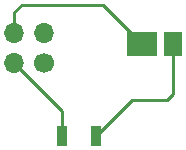
<source format=gtl>
G04 #@! TF.FileFunction,Copper,L1,Top,Signal*
%FSLAX46Y46*%
G04 Gerber Fmt 4.6, Leading zero omitted, Abs format (unit mm)*
G04 Created by KiCad (PCBNEW 4.0.7) date Monday, July 16, 2018 'PMt' 08:42:58 PM*
%MOMM*%
%LPD*%
G01*
G04 APERTURE LIST*
%ADD10C,0.100000*%
%ADD11C,1.700000*%
%ADD12O,1.700000X1.700000*%
%ADD13R,2.500000X2.100000*%
%ADD14R,1.500000X2.100000*%
%ADD15R,0.900000X1.700000*%
%ADD16C,0.250000*%
G04 APERTURE END LIST*
D10*
D11*
X219303600Y-116713000D03*
D12*
X219303600Y-114173000D03*
X216763600Y-116713000D03*
X216763600Y-114173000D03*
D13*
X227524000Y-115036600D03*
D14*
X230184000Y-115036600D03*
D15*
X220761900Y-122885200D03*
X223661900Y-122885200D03*
D16*
X220761900Y-120711300D02*
X216763600Y-116713000D01*
X220761900Y-122885200D02*
X220761900Y-120711300D01*
X226735300Y-119811800D02*
X223661900Y-122885200D01*
X229666800Y-119811800D02*
X226735300Y-119811800D01*
X230184000Y-119294600D02*
X229666800Y-119811800D01*
X230184000Y-115036600D02*
X230184000Y-119294600D01*
X216763600Y-114173000D02*
X216763600Y-112369600D01*
X216763600Y-112369600D02*
X217398600Y-111734600D01*
X217398600Y-111734600D02*
X224222000Y-111734600D01*
X224222000Y-111734600D02*
X227524000Y-115036600D01*
M02*

</source>
